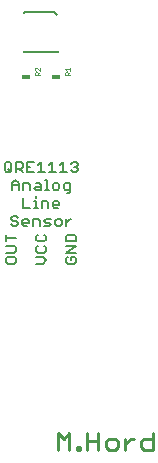
<source format=gbr>
G04 EAGLE Gerber RS-274X export*
G75*
%MOMM*%
%FSLAX34Y34*%
%LPD*%
%INSilkscreen Top*%
%IPPOS*%
%AMOC8*
5,1,8,0,0,1.08239X$1,22.5*%
G01*
%ADD10C,0.152400*%
%ADD11C,0.279400*%
%ADD12C,0.203200*%
%ADD13R,0.762000X0.457200*%
%ADD14C,0.025400*%


D10*
X8375Y24134D02*
X8375Y21253D01*
X9815Y19812D01*
X15577Y19812D01*
X17018Y21253D01*
X17018Y24134D01*
X15577Y25574D01*
X9815Y25574D01*
X8375Y24134D01*
X8375Y29167D02*
X15577Y29167D01*
X17018Y30608D01*
X17018Y33489D01*
X15577Y34929D01*
X8375Y34929D01*
X8375Y41404D02*
X17018Y41404D01*
X8375Y38522D02*
X8375Y44285D01*
X33775Y19812D02*
X39537Y19812D01*
X42418Y22693D01*
X39537Y25574D01*
X33775Y25574D01*
X33775Y33489D02*
X35215Y34929D01*
X33775Y33489D02*
X33775Y30608D01*
X35215Y29167D01*
X40977Y29167D01*
X42418Y30608D01*
X42418Y33489D01*
X40977Y34929D01*
X33775Y42844D02*
X35215Y44285D01*
X33775Y42844D02*
X33775Y39963D01*
X35215Y38522D01*
X40977Y38522D01*
X42418Y39963D01*
X42418Y42844D01*
X40977Y44285D01*
X60615Y25574D02*
X59175Y24134D01*
X59175Y21253D01*
X60615Y19812D01*
X66377Y19812D01*
X67818Y21253D01*
X67818Y24134D01*
X66377Y25574D01*
X63496Y25574D01*
X63496Y22693D01*
X59175Y29167D02*
X67818Y29167D01*
X67818Y34929D02*
X59175Y29167D01*
X59175Y34929D02*
X67818Y34929D01*
X67818Y38522D02*
X59175Y38522D01*
X67818Y38522D02*
X67818Y42844D01*
X66377Y44285D01*
X60615Y44285D01*
X59175Y42844D01*
X59175Y38522D01*
X7389Y98723D02*
X7389Y104485D01*
X8829Y105925D01*
X11711Y105925D01*
X13151Y104485D01*
X13151Y98723D01*
X11711Y97282D01*
X8829Y97282D01*
X7389Y98723D01*
X10270Y100163D02*
X13151Y97282D01*
X16744Y97282D02*
X16744Y105925D01*
X21066Y105925D01*
X22506Y104485D01*
X22506Y101604D01*
X21066Y100163D01*
X16744Y100163D01*
X19625Y100163D02*
X22506Y97282D01*
X26099Y105925D02*
X31861Y105925D01*
X26099Y105925D02*
X26099Y97282D01*
X31861Y97282D01*
X28980Y101604D02*
X26099Y101604D01*
X35454Y103044D02*
X38336Y105925D01*
X38336Y97282D01*
X41217Y97282D02*
X35454Y97282D01*
X44810Y103044D02*
X47691Y105925D01*
X47691Y97282D01*
X44810Y97282D02*
X50572Y97282D01*
X54165Y103044D02*
X57046Y105925D01*
X57046Y97282D01*
X54165Y97282D02*
X59927Y97282D01*
X63520Y104485D02*
X64961Y105925D01*
X67842Y105925D01*
X69282Y104485D01*
X69282Y103044D01*
X67842Y101604D01*
X66401Y101604D01*
X67842Y101604D02*
X69282Y100163D01*
X69282Y98723D01*
X67842Y97282D01*
X64961Y97282D01*
X63520Y98723D01*
X13626Y87804D02*
X13626Y82042D01*
X13626Y87804D02*
X16507Y90685D01*
X19388Y87804D01*
X19388Y82042D01*
X19388Y86364D02*
X13626Y86364D01*
X22981Y87804D02*
X22981Y82042D01*
X22981Y87804D02*
X27303Y87804D01*
X28743Y86364D01*
X28743Y82042D01*
X33777Y87804D02*
X36658Y87804D01*
X38098Y86364D01*
X38098Y82042D01*
X33777Y82042D01*
X32336Y83483D01*
X33777Y84923D01*
X38098Y84923D01*
X41691Y90685D02*
X43132Y90685D01*
X43132Y82042D01*
X44572Y82042D02*
X41691Y82042D01*
X49369Y82042D02*
X52250Y82042D01*
X53690Y83483D01*
X53690Y86364D01*
X52250Y87804D01*
X49369Y87804D01*
X47928Y86364D01*
X47928Y83483D01*
X49369Y82042D01*
X60164Y79161D02*
X61605Y79161D01*
X63045Y80601D01*
X63045Y87804D01*
X58724Y87804D01*
X57283Y86364D01*
X57283Y83483D01*
X58724Y82042D01*
X63045Y82042D01*
X22981Y75445D02*
X22981Y66802D01*
X28743Y66802D01*
X32336Y72564D02*
X33777Y72564D01*
X33777Y66802D01*
X35217Y66802D02*
X32336Y66802D01*
X33777Y75445D02*
X33777Y76886D01*
X38573Y72564D02*
X38573Y66802D01*
X38573Y72564D02*
X42894Y72564D01*
X44335Y71124D01*
X44335Y66802D01*
X49369Y66802D02*
X52250Y66802D01*
X49369Y66802D02*
X47928Y68243D01*
X47928Y71124D01*
X49369Y72564D01*
X52250Y72564D01*
X53690Y71124D01*
X53690Y69683D01*
X47928Y69683D01*
X18608Y58765D02*
X17168Y60205D01*
X14287Y60205D01*
X12846Y58765D01*
X12846Y57324D01*
X14287Y55884D01*
X17168Y55884D01*
X18608Y54443D01*
X18608Y53003D01*
X17168Y51562D01*
X14287Y51562D01*
X12846Y53003D01*
X23642Y51562D02*
X26523Y51562D01*
X23642Y51562D02*
X22201Y53003D01*
X22201Y55884D01*
X23642Y57324D01*
X26523Y57324D01*
X27963Y55884D01*
X27963Y54443D01*
X22201Y54443D01*
X31556Y51562D02*
X31556Y57324D01*
X35878Y57324D01*
X37319Y55884D01*
X37319Y51562D01*
X40912Y51562D02*
X45233Y51562D01*
X46674Y53003D01*
X45233Y54443D01*
X42352Y54443D01*
X40912Y55884D01*
X42352Y57324D01*
X46674Y57324D01*
X51707Y51562D02*
X54588Y51562D01*
X56029Y53003D01*
X56029Y55884D01*
X54588Y57324D01*
X51707Y57324D01*
X50267Y55884D01*
X50267Y53003D01*
X51707Y51562D01*
X59622Y51562D02*
X59622Y57324D01*
X59622Y54443D02*
X62503Y57324D01*
X63944Y57324D01*
D11*
X52197Y-123304D02*
X52197Y-138303D01*
X57197Y-128304D02*
X52197Y-123304D01*
X57197Y-128304D02*
X62196Y-123304D01*
X62196Y-138303D01*
X68569Y-138303D02*
X68569Y-135803D01*
X71068Y-135803D01*
X71068Y-138303D01*
X68569Y-138303D01*
X76754Y-138303D02*
X76754Y-123304D01*
X76754Y-130804D02*
X86754Y-130804D01*
X86754Y-138303D02*
X86754Y-123304D01*
X95626Y-138303D02*
X100625Y-138303D01*
X103125Y-135803D01*
X103125Y-130804D01*
X100625Y-128304D01*
X95626Y-128304D01*
X93126Y-130804D01*
X93126Y-135803D01*
X95626Y-138303D01*
X109497Y-138303D02*
X109497Y-128304D01*
X109497Y-133303D02*
X114497Y-128304D01*
X116997Y-128304D01*
X133140Y-123304D02*
X133140Y-138303D01*
X125640Y-138303D01*
X123140Y-135803D01*
X123140Y-130804D01*
X125640Y-128304D01*
X133140Y-128304D01*
D12*
X52370Y198900D02*
X52370Y199630D01*
X52370Y198900D02*
X24100Y198900D01*
X24100Y199360D01*
X51800Y230140D02*
X49100Y232900D01*
X24100Y232900D01*
X24100Y232170D01*
D13*
X50800Y177800D03*
D14*
X58544Y179333D02*
X62357Y179333D01*
X58544Y179333D02*
X58544Y181239D01*
X59179Y181875D01*
X60450Y181875D01*
X61086Y181239D01*
X61086Y179333D01*
X61086Y180604D02*
X62357Y181875D01*
X59815Y183075D02*
X58544Y184346D01*
X62357Y184346D01*
X62357Y183075D02*
X62357Y185617D01*
D13*
X25400Y177800D03*
D14*
X33144Y179333D02*
X36957Y179333D01*
X33144Y179333D02*
X33144Y181239D01*
X33779Y181875D01*
X35050Y181875D01*
X35686Y181239D01*
X35686Y179333D01*
X35686Y180604D02*
X36957Y181875D01*
X36957Y183075D02*
X36957Y185617D01*
X36957Y183075D02*
X34415Y185617D01*
X33779Y185617D01*
X33144Y184982D01*
X33144Y183710D01*
X33779Y183075D01*
M02*

</source>
